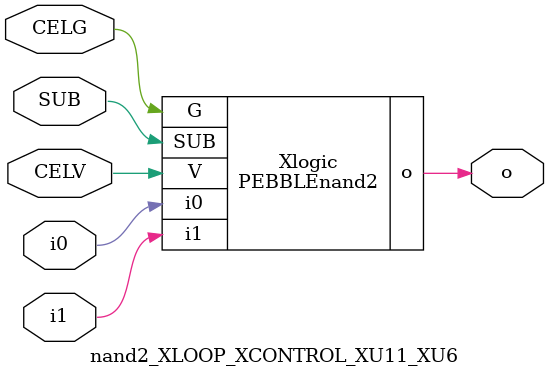
<source format=v>



module PEBBLEnand2 ( o, G, SUB, V, i0, i1 );

  input i0;
  input V;
  input i1;
  input G;
  output o;
  input SUB;
endmodule

//Celera Confidential Do Not Copy nand2_XLOOP_XCONTROL_XU11_XU6
//Celera Confidential Symbol Generator
//5V NAND2
module nand2_XLOOP_XCONTROL_XU11_XU6 (CELV,CELG,i0,i1,o,SUB);
input CELV;
input CELG;
input i0;
input i1;
input SUB;
output o;

//Celera Confidential Do Not Copy nand2
PEBBLEnand2 Xlogic(
.V (CELV),
.i0 (i0),
.i1 (i1),
.o (o),
.SUB (SUB),
.G (CELG)
);
//,diesize,PEBBLEnand2

//Celera Confidential Do Not Copy Module End
//Celera Schematic Generator
endmodule

</source>
